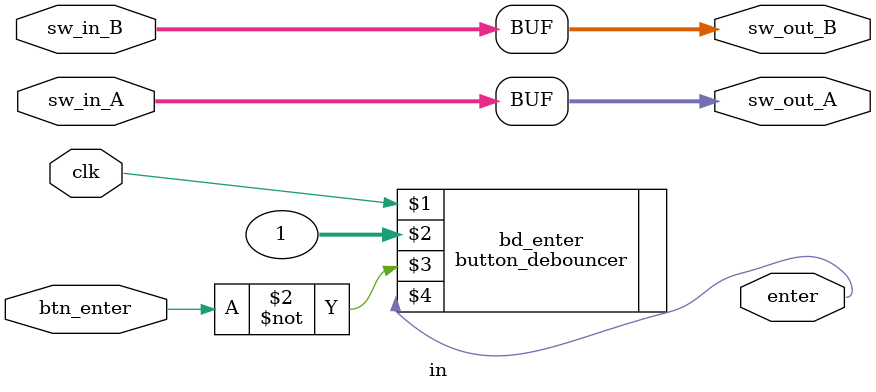
<source format=v>
module in(sw_out_A, sw_out_B, enter, sw_in_A, sw_in_B, btn_enter, clk);
	input btn_enter, clk;
	input [9:5] sw_in_A;
	input [4:0] sw_in_B;
	output enter;
	output [9:5] sw_out_A;
	output [4:0] sw_out_B;
	
	assign sw_out_A = sw_in_A;
	assign sw_out_B = sw_in_B;
	
	button_debouncer bd_enter(clk, 1, ~btn_enter, enter);
	
endmodule

</source>
